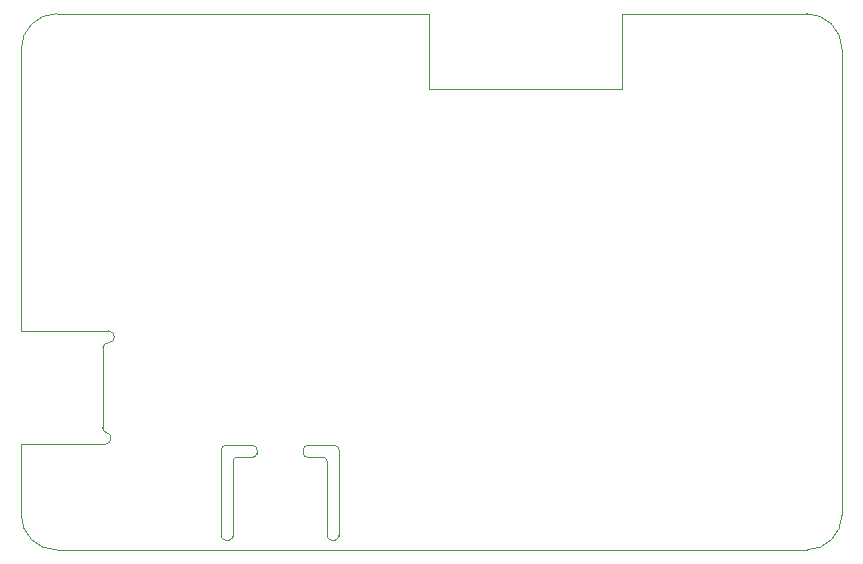
<source format=gbr>
%TF.GenerationSoftware,KiCad,Pcbnew,7.0.1*%
%TF.CreationDate,2023-11-07T22:06:08+01:00*%
%TF.ProjectId,GasWeighter,47617357-6569-4676-9874-65722e6b6963,rev?*%
%TF.SameCoordinates,Original*%
%TF.FileFunction,Profile,NP*%
%FSLAX46Y46*%
G04 Gerber Fmt 4.6, Leading zero omitted, Abs format (unit mm)*
G04 Created by KiCad (PCBNEW 7.0.1) date 2023-11-07 22:06:08*
%MOMM*%
%LPD*%
G01*
G04 APERTURE LIST*
%TA.AperFunction,Profile*%
%ADD10C,0.100000*%
%TD*%
G04 APERTURE END LIST*
D10*
X102300000Y-49400000D02*
G75*
G03*
X99300000Y-52400000I1J-3000001D01*
G01*
X99300000Y-76250000D02*
X99300000Y-52400000D01*
X133800000Y-49400000D02*
X102300000Y-49400000D01*
X133800000Y-55800000D02*
X133800000Y-49400000D01*
X150200000Y-55800000D02*
X133800000Y-55800000D01*
X150200000Y-49400000D02*
X150200000Y-55800000D01*
X165800000Y-49400000D02*
X150200000Y-49400000D01*
X168800000Y-52400000D02*
G75*
G03*
X165800000Y-49400000I-3000001J-1D01*
G01*
X168800000Y-91800000D02*
X168800000Y-52400000D01*
X165800000Y-94800000D02*
G75*
G03*
X168800000Y-91800000I-1J3000001D01*
G01*
X102300000Y-94800000D02*
X165800000Y-94800000D01*
X99299999Y-91800000D02*
G75*
G03*
X102300000Y-94800000I3000003J3D01*
G01*
X99300000Y-85850000D02*
X99300000Y-91800000D01*
X106200001Y-84450000D02*
G75*
G03*
X106500000Y-84850000I387932J-21551D01*
G01*
X106400000Y-85850000D02*
X99300000Y-85850000D01*
X106400000Y-85850000D02*
G75*
G03*
X106500000Y-84850000I0J505000D01*
G01*
X106700000Y-77250001D02*
G75*
G03*
X106200001Y-77650000I38513J-560641D01*
G01*
X106700000Y-77250000D02*
G75*
G03*
X106700000Y-76250000I0J500000D01*
G01*
X106200000Y-77650000D02*
X106200000Y-84450000D01*
X99300000Y-76250000D02*
X106700000Y-76250000D01*
X117600000Y-86950000D02*
X118900000Y-86950000D01*
X116550000Y-93950000D02*
X116900000Y-93950000D01*
X116250000Y-86300000D02*
X116250000Y-93600000D01*
X123200000Y-86650000D02*
G75*
G03*
X123550000Y-86950000I325000J25000D01*
G01*
X119250000Y-86300000D02*
G75*
G03*
X118950000Y-85950000I-325000J25000D01*
G01*
X126200000Y-86300000D02*
X126200000Y-93600000D01*
X123200000Y-86650000D02*
X123200000Y-86300000D01*
X118900000Y-86950000D02*
G75*
G03*
X119250000Y-86650000I25000J325000D01*
G01*
X116600000Y-85950000D02*
G75*
G03*
X116250000Y-86300000I-16000J-334000D01*
G01*
X125200000Y-87250000D02*
G75*
G03*
X124850000Y-86950000I-325000J-25000D01*
G01*
X123500000Y-85950000D02*
X125850000Y-85950000D01*
X125200000Y-93600000D02*
X125200000Y-87250000D01*
X125900000Y-93950000D02*
G75*
G03*
X126200000Y-93600000I-25001J325001D01*
G01*
X124850000Y-86950000D02*
X123550000Y-86950000D01*
X118950000Y-85950000D02*
X116600000Y-85950000D01*
X117600000Y-86950000D02*
G75*
G03*
X117250000Y-87250000I-25000J-325000D01*
G01*
X116250000Y-93600000D02*
G75*
G03*
X116550000Y-93950000I325001J-24999D01*
G01*
X125200001Y-93600000D02*
G75*
G03*
X125550000Y-93949999I334001J-15998D01*
G01*
X125900000Y-93950000D02*
X125550000Y-93950000D01*
X119250000Y-86650000D02*
X119250000Y-86300000D01*
X116900000Y-93949999D02*
G75*
G03*
X117249999Y-93600000I15998J334001D01*
G01*
X126200000Y-86300000D02*
G75*
G03*
X125850000Y-85950000I-334000J16000D01*
G01*
X117250000Y-93600000D02*
X117250000Y-87250000D01*
X123500000Y-85950000D02*
G75*
G03*
X123200000Y-86300000I25000J-325000D01*
G01*
M02*

</source>
